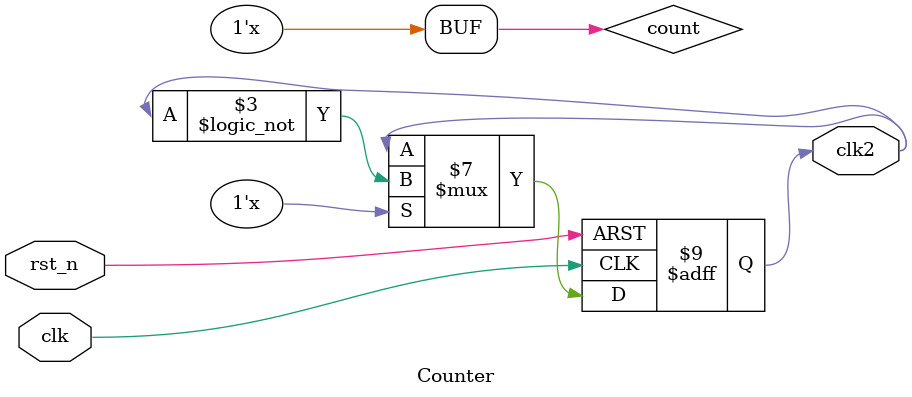
<source format=sv>
module Counter(
	// Input signals
	clk,
	rst_n,
	// Output signals
	clk2
);

//---------------------------------------------------------------------
//   INPUT AND OUTPUT DECLARATION
//---------------------------------------------------------------------
input        clk, rst_n;
output logic clk2;

//---------------------------------------------------------------------
//   REG AND WIRE DECLARATION
//---------------------------------------------------------------------
  logic count;
  always_ff @( posedge clk, negedge rst_n ) begin : counter
    if(!rst_n) begin
      clk2 <= 1'b0;
//      count <= 1'b1;
    end
    else if (count) clk2 <= !clk2;
    else clk2 <= clk2;
    //count <= !count;
  end

  always_comb begin
    count = !count;
  end

endmodule

</source>
